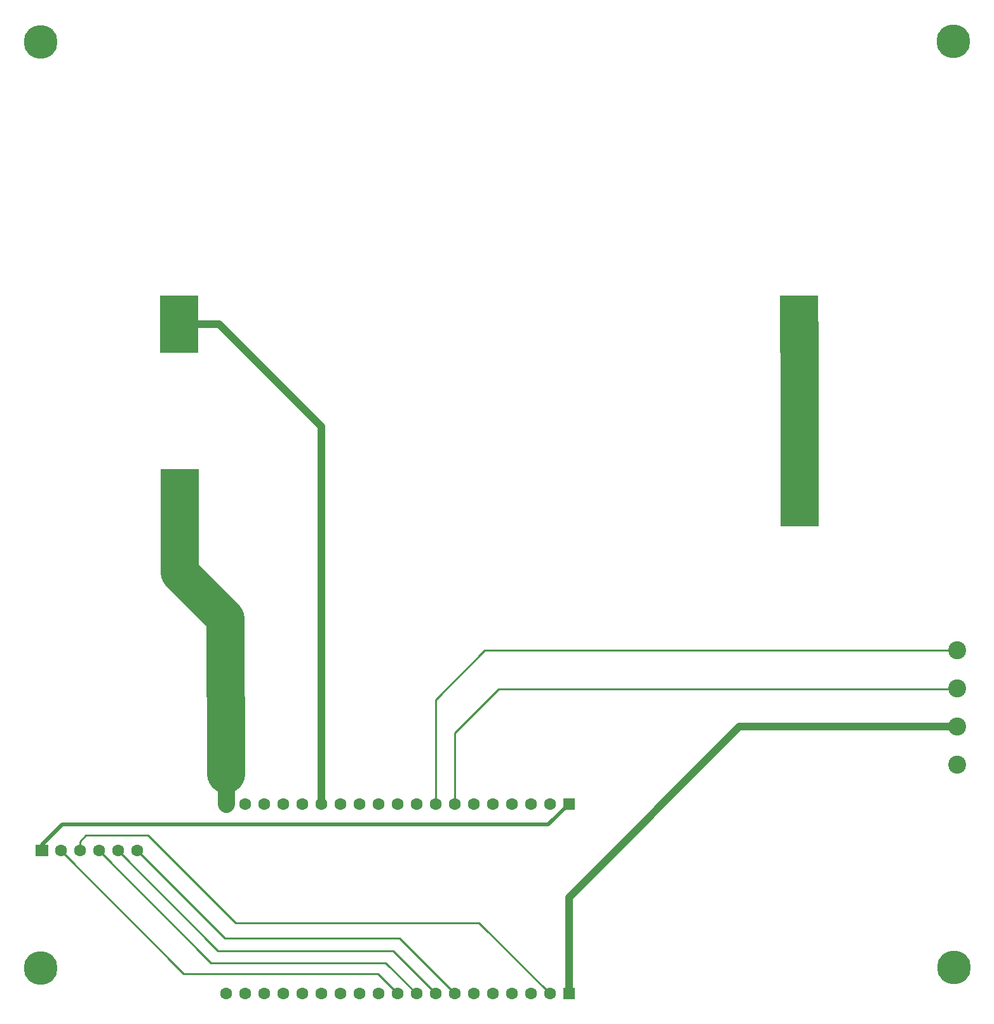
<source format=gtl>
G04 Layer: TopLayer*
G04 EasyEDA v6.5.23, 2023-05-27 13:46:53*
G04 ad855449ed234b6990cb81ca5ba1a863,ef4dac4c239f4a7f90591e71bd1ece2f,10*
G04 Gerber Generator version 0.2*
G04 Scale: 100 percent, Rotated: No, Reflected: No *
G04 Dimensions in inches *
G04 leading zeros omitted , absolute positions ,3 integer and 6 decimal *
%FSLAX36Y36*%
%MOIN*%

%ADD10C,0.0100*%
%ADD11C,0.0400*%
%ADD12C,0.2000*%
%ADD13C,0.0210*%
%ADD14C,0.0900*%
%ADD15R,0.2000X0.3000*%
%ADD16C,0.0630*%
%ADD17R,0.0709X0.0630*%
%ADD18R,0.0630X0.0630*%
%ADD19C,0.0945*%
%ADD20C,0.1772*%

%LPD*%
D10*
X-507959Y135000D02*
G01*
X-47959Y-325000D01*
X870040Y-325000D01*
X1159040Y-613999D01*
D11*
X-285459Y2897000D02*
G01*
X-76959Y2897000D01*
X459040Y2361000D01*
X459040Y381000D01*
D12*
X-284499Y1985000D02*
G01*
X-284499Y1594500D01*
X-42999Y1353000D01*
X-41001Y536397D01*
D10*
X3796040Y1185000D02*
G01*
X1316040Y1185000D01*
X1059040Y928000D01*
X1059040Y381000D01*
X-807959Y135000D02*
G01*
X-807959Y184000D01*
X-775959Y216000D01*
X-448959Y216000D01*
X10040Y-242999D01*
X1288040Y-242999D01*
X1659040Y-613999D01*
X-907999Y135000D02*
G01*
X-262999Y-510000D01*
X755041Y-510000D01*
X859040Y-613999D01*
D13*
X1759040Y381000D02*
G01*
X1651040Y273000D01*
X-900959Y273000D01*
X-1007959Y166000D01*
X-1007959Y135000D01*
D12*
X2966500Y2897000D02*
G01*
X2968500Y2895000D01*
X2968500Y1985000D01*
D14*
X-41001Y380997D02*
G01*
X-41001Y577000D01*
D10*
X-707999Y135000D02*
G01*
X-119998Y-453000D01*
X798039Y-453000D01*
X959040Y-613999D01*
X-607999Y135000D02*
G01*
X-82000Y-390998D01*
X836042Y-390998D01*
X1059040Y-613999D01*
X1158998Y380997D02*
G01*
X1158998Y751998D01*
X1389000Y982000D01*
X3793000Y982000D01*
X3796000Y985000D01*
D11*
X3796040Y785000D02*
G01*
X2654040Y785000D01*
X1759040Y-110000D01*
X1759040Y-613999D01*
D15*
G01*
X2968500Y1985000D03*
G01*
X-284499Y1985000D03*
G01*
X-285499Y2897000D03*
G01*
X2967500Y2897000D03*
D16*
G01*
X-507999Y135000D03*
G01*
X-607999Y135000D03*
G01*
X-707999Y135000D03*
G01*
X-807999Y135000D03*
G01*
X-907999Y135000D03*
D17*
G01*
X-1007999Y135000D03*
D16*
G01*
X-40999Y381000D03*
G01*
X59000Y381000D03*
G01*
X159000Y381000D03*
G01*
X259000Y381000D03*
G01*
X359000Y381000D03*
G01*
X459000Y381000D03*
G01*
X559000Y381000D03*
G01*
X659000Y381000D03*
G01*
X759000Y381000D03*
G01*
X859000Y381000D03*
G01*
X959000Y381000D03*
G01*
X1059000Y381000D03*
G01*
X1159000Y381000D03*
G01*
X1259000Y381000D03*
G01*
X1359000Y381000D03*
G01*
X1459000Y381000D03*
G01*
X1559000Y381000D03*
G01*
X1659000Y381000D03*
D18*
G01*
X1759000Y381000D03*
D16*
G01*
X-40999Y-613999D03*
G01*
X59000Y-613999D03*
G01*
X159000Y-613999D03*
G01*
X259000Y-613999D03*
G01*
X359000Y-613999D03*
G01*
X459000Y-613999D03*
G01*
X559000Y-613999D03*
G01*
X659000Y-613999D03*
G01*
X759000Y-613999D03*
G01*
X859000Y-613999D03*
G01*
X959000Y-613999D03*
G01*
X1059000Y-613999D03*
G01*
X1159000Y-613999D03*
G01*
X1259000Y-613999D03*
G01*
X1359000Y-613999D03*
G01*
X1459000Y-613999D03*
G01*
X1559000Y-613999D03*
G01*
X1659000Y-613999D03*
D18*
G01*
X1759000Y-613999D03*
D19*
G01*
X3796000Y585000D03*
G01*
X3796000Y785000D03*
G01*
X3796000Y985000D03*
G01*
X3796000Y1185000D03*
D20*
G01*
X3778000Y4380000D03*
G01*
X-1013999Y4377000D03*
G01*
X-1012999Y-478999D03*
G01*
X3779000Y-476999D03*
M02*

</source>
